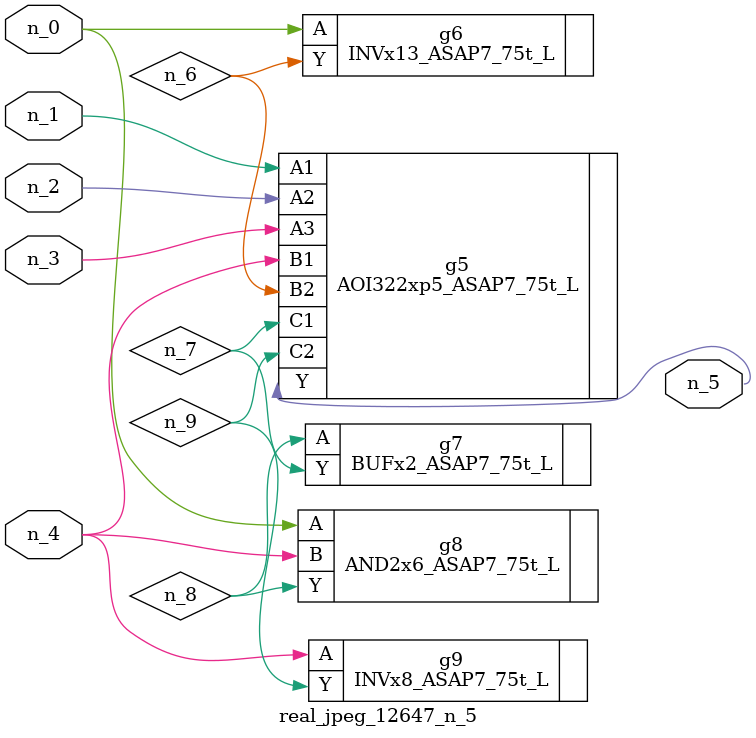
<source format=v>
module real_jpeg_12647_n_5 (n_4, n_0, n_1, n_2, n_3, n_5);

input n_4;
input n_0;
input n_1;
input n_2;
input n_3;

output n_5;

wire n_8;
wire n_6;
wire n_7;
wire n_9;

INVx13_ASAP7_75t_L g6 ( 
.A(n_0),
.Y(n_6)
);

AND2x6_ASAP7_75t_L g8 ( 
.A(n_0),
.B(n_4),
.Y(n_8)
);

AOI322xp5_ASAP7_75t_L g5 ( 
.A1(n_1),
.A2(n_2),
.A3(n_3),
.B1(n_4),
.B2(n_6),
.C1(n_7),
.C2(n_9),
.Y(n_5)
);

INVx8_ASAP7_75t_L g9 ( 
.A(n_4),
.Y(n_9)
);

BUFx2_ASAP7_75t_L g7 ( 
.A(n_8),
.Y(n_7)
);


endmodule
</source>
